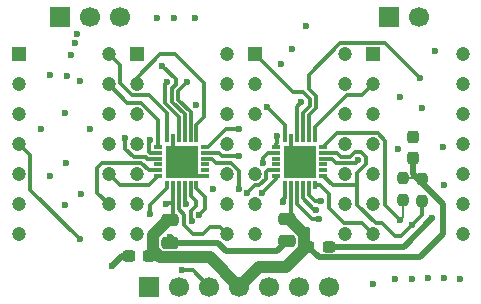
<source format=gbr>
%TF.GenerationSoftware,KiCad,Pcbnew,9.0.6*%
%TF.CreationDate,2025-12-12T15:58:06+01:00*%
%TF.ProjectId,nsm4202A_MAN3910,6e736d34-3230-4324-915f-4d414e333931,rev?*%
%TF.SameCoordinates,Original*%
%TF.FileFunction,Copper,L4,Bot*%
%TF.FilePolarity,Positive*%
%FSLAX46Y46*%
G04 Gerber Fmt 4.6, Leading zero omitted, Abs format (unit mm)*
G04 Created by KiCad (PCBNEW 9.0.6) date 2025-12-12 15:58:06*
%MOMM*%
%LPD*%
G01*
G04 APERTURE LIST*
G04 Aperture macros list*
%AMRoundRect*
0 Rectangle with rounded corners*
0 $1 Rounding radius*
0 $2 $3 $4 $5 $6 $7 $8 $9 X,Y pos of 4 corners*
0 Add a 4 corners polygon primitive as box body*
4,1,4,$2,$3,$4,$5,$6,$7,$8,$9,$2,$3,0*
0 Add four circle primitives for the rounded corners*
1,1,$1+$1,$2,$3*
1,1,$1+$1,$4,$5*
1,1,$1+$1,$6,$7*
1,1,$1+$1,$8,$9*
0 Add four rect primitives between the rounded corners*
20,1,$1+$1,$2,$3,$4,$5,0*
20,1,$1+$1,$4,$5,$6,$7,0*
20,1,$1+$1,$6,$7,$8,$9,0*
20,1,$1+$1,$8,$9,$2,$3,0*%
G04 Aperture macros list end*
%TA.AperFunction,ComponentPad*%
%ADD10R,1.700000X1.700000*%
%TD*%
%TA.AperFunction,ComponentPad*%
%ADD11C,1.700000*%
%TD*%
%TA.AperFunction,ComponentPad*%
%ADD12R,1.200000X1.200000*%
%TD*%
%TA.AperFunction,ComponentPad*%
%ADD13C,1.200000*%
%TD*%
%TA.AperFunction,SMDPad,CuDef*%
%ADD14RoundRect,0.237500X0.300000X0.237500X-0.300000X0.237500X-0.300000X-0.237500X0.300000X-0.237500X0*%
%TD*%
%TA.AperFunction,SMDPad,CuDef*%
%ADD15RoundRect,0.237500X0.237500X-0.300000X0.237500X0.300000X-0.237500X0.300000X-0.237500X-0.300000X0*%
%TD*%
%TA.AperFunction,SMDPad,CuDef*%
%ADD16R,0.800000X0.300000*%
%TD*%
%TA.AperFunction,SMDPad,CuDef*%
%ADD17R,0.300000X0.800000*%
%TD*%
%TA.AperFunction,SMDPad,CuDef*%
%ADD18R,2.800000X2.800000*%
%TD*%
%TA.AperFunction,SMDPad,CuDef*%
%ADD19RoundRect,0.237500X-0.237500X0.250000X-0.237500X-0.250000X0.237500X-0.250000X0.237500X0.250000X0*%
%TD*%
%TA.AperFunction,SMDPad,CuDef*%
%ADD20RoundRect,0.237500X-0.300000X-0.237500X0.300000X-0.237500X0.300000X0.237500X-0.300000X0.237500X0*%
%TD*%
%TA.AperFunction,SMDPad,CuDef*%
%ADD21RoundRect,0.250000X-0.475000X0.250000X-0.475000X-0.250000X0.475000X-0.250000X0.475000X0.250000X0*%
%TD*%
%TA.AperFunction,ViaPad*%
%ADD22C,0.600000*%
%TD*%
%TA.AperFunction,Conductor*%
%ADD23C,0.500000*%
%TD*%
%TA.AperFunction,Conductor*%
%ADD24C,0.300000*%
%TD*%
%TA.AperFunction,Conductor*%
%ADD25C,0.200000*%
%TD*%
%TA.AperFunction,Conductor*%
%ADD26C,1.000000*%
%TD*%
G04 APERTURE END LIST*
D10*
%TO.P,J3,1,Pin_1*%
%TO.N,/D1_R1*%
X104900000Y-76340000D03*
D11*
%TO.P,J3,2,Pin_2*%
%TO.N,/D1_R2*%
X107440000Y-76340000D03*
%TO.P,J3,3,Pin_3*%
%TO.N,/D1_R3*%
X109980000Y-76340000D03*
%TD*%
D10*
%TO.P,J1,1,Pin_1*%
%TO.N,unconnected-(J1-Pin_1-Pad1)*%
X112500000Y-99200000D03*
D11*
%TO.P,J1,2,Pin_2*%
%TO.N,/SDA*%
X115040000Y-99200000D03*
%TO.P,J1,3,Pin_3*%
%TO.N,/SCL*%
X117580000Y-99200000D03*
%TO.P,J1,4,Pin_4*%
%TO.N,+5V*%
X120120000Y-99200000D03*
%TO.P,J1,5,Pin_5*%
%TO.N,unconnected-(J1-Pin_5-Pad5)*%
X122660000Y-99200000D03*
%TO.P,J1,6,Pin_6*%
%TO.N,GND*%
X125200000Y-99200000D03*
%TO.P,J1,7,Pin_7*%
%TO.N,/D1_C8*%
X127740000Y-99200000D03*
%TD*%
D10*
%TO.P,J2,1,Pin_1*%
%TO.N,/D1_R4*%
X132825000Y-76340000D03*
D11*
%TO.P,J2,2,Pin_2*%
%TO.N,/D1_R5*%
X135365000Y-76340000D03*
%TD*%
D12*
%TO.P,DS4,1,ANODE_COLUMN_2*%
%TO.N,/D2_R3*%
X131420000Y-79520400D03*
D13*
%TO.P,DS4,2,CATHODE_ROW_1*%
%TO.N,/D2_C1*%
X131420000Y-82060400D03*
%TO.P,DS4,3,CATHODE_ROW_3*%
%TO.N,/D2_C3*%
X131420000Y-84600400D03*
%TO.P,DS4,4,CATHODE_ROW_4*%
%TO.N,/D2_C4*%
X131420000Y-87140400D03*
%TO.P,DS4,5,ANODE_COLUMN_1*%
%TO.N,/D2_R2*%
X131420000Y-89680400D03*
%TO.P,DS4,6,NO_PIN*%
%TO.N,unconnected-(DS4-NO_PIN-Pad6)*%
X131420000Y-92220400D03*
%TO.P,DS4,7,ANODE_DECIMAL_POINT*%
%TO.N,/D2_R1*%
X131420000Y-94760400D03*
%TO.P,DS4,8,ANODE_COLUMN_3*%
%TO.N,/D2_R4*%
X139040000Y-94760400D03*
%TO.P,DS4,9,CATHODE_ROW_7*%
%TO.N,/D2_C7*%
X139040000Y-92220400D03*
%TO.P,DS4,10,CATHODE_ROW_6*%
%TO.N,/D2_C6*%
X139040000Y-89680400D03*
%TO.P,DS4,11,CATHODE__ROW_5*%
%TO.N,/D2_C5*%
X139040000Y-87140400D03*
%TO.P,DS4,12,CAATHODE_ROW_2*%
%TO.N,/D2_C2*%
X139040000Y-84600400D03*
%TO.P,DS4,13,ANODE_COLUMN_5*%
%TO.N,/D2_R6*%
X139040000Y-82060400D03*
%TO.P,DS4,14,ANODE_COLUMN_4*%
%TO.N,/D2_R5*%
X139040000Y-79520400D03*
%TD*%
D12*
%TO.P,DS1,1,ANODE_COLUMN_2*%
%TO.N,/D1_C3*%
X101420000Y-79520400D03*
D13*
%TO.P,DS1,2,CATHODE_ROW_1*%
%TO.N,/D1_R1*%
X101420000Y-82060400D03*
%TO.P,DS1,3,CATHODE_ROW_3*%
%TO.N,/D1_R3*%
X101420000Y-84600400D03*
%TO.P,DS1,4,CATHODE_ROW_4*%
%TO.N,/D1_R4*%
X101420000Y-87140400D03*
%TO.P,DS1,5,ANODE_COLUMN_1*%
%TO.N,/D1_C2*%
X101420000Y-89680400D03*
%TO.P,DS1,6,NO_PIN*%
%TO.N,unconnected-(DS1-NO_PIN-Pad6)*%
X101420000Y-92220400D03*
%TO.P,DS1,7,ANODE_DECIMAL_POINT*%
%TO.N,/D1_C1*%
X101420000Y-94760400D03*
%TO.P,DS1,8,ANODE_COLUMN_3*%
%TO.N,/D1_C4*%
X109040000Y-94760400D03*
%TO.P,DS1,9,CATHODE_ROW_7*%
%TO.N,/D1_R7*%
X109040000Y-92220400D03*
%TO.P,DS1,10,CATHODE_ROW_6*%
%TO.N,/D1_R6*%
X109040000Y-89680400D03*
%TO.P,DS1,11,CATHODE__ROW_5*%
%TO.N,/D1_R5*%
X109040000Y-87140400D03*
%TO.P,DS1,12,CAATHODE_ROW_2*%
%TO.N,/D1_R2*%
X109040000Y-84600400D03*
%TO.P,DS1,13,ANODE_COLUMN_5*%
%TO.N,/D1_C6*%
X109040000Y-82060400D03*
%TO.P,DS1,14,ANODE_COLUMN_4*%
%TO.N,/D1_C5*%
X109040000Y-79520400D03*
%TD*%
D12*
%TO.P,DS2,1,ANODE_COLUMN_2*%
%TO.N,/D1_R3*%
X111420000Y-79520400D03*
D13*
%TO.P,DS2,2,CATHODE_ROW_1*%
%TO.N,/D1_C1*%
X111420000Y-82060400D03*
%TO.P,DS2,3,CATHODE_ROW_3*%
%TO.N,/D1_C3*%
X111420000Y-84600400D03*
%TO.P,DS2,4,CATHODE_ROW_4*%
%TO.N,/D1_C4*%
X111420000Y-87140400D03*
%TO.P,DS2,5,ANODE_COLUMN_1*%
%TO.N,/D1_R2*%
X111420000Y-89680400D03*
%TO.P,DS2,6,NO_PIN*%
%TO.N,unconnected-(DS2-NO_PIN-Pad6)*%
X111420000Y-92220400D03*
%TO.P,DS2,7,ANODE_DECIMAL_POINT*%
%TO.N,/D1_R1*%
X111420000Y-94760400D03*
%TO.P,DS2,8,ANODE_COLUMN_3*%
%TO.N,/D1_R4*%
X119040000Y-94760400D03*
%TO.P,DS2,9,CATHODE_ROW_7*%
%TO.N,/D1_C7*%
X119040000Y-92220400D03*
%TO.P,DS2,10,CATHODE_ROW_6*%
%TO.N,/D1_C6*%
X119040000Y-89680400D03*
%TO.P,DS2,11,CATHODE__ROW_5*%
%TO.N,/D1_C5*%
X119040000Y-87140400D03*
%TO.P,DS2,12,CAATHODE_ROW_2*%
%TO.N,/D1_C2*%
X119040000Y-84600400D03*
%TO.P,DS2,13,ANODE_COLUMN_5*%
%TO.N,/D1_R6*%
X119040000Y-82060400D03*
%TO.P,DS2,14,ANODE_COLUMN_4*%
%TO.N,/D1_R5*%
X119040000Y-79520400D03*
%TD*%
D12*
%TO.P,DS3,1,ANODE_COLUMN_2*%
%TO.N,/D2_C3*%
X121420000Y-79520400D03*
D13*
%TO.P,DS3,2,CATHODE_ROW_1*%
%TO.N,/D2_R1*%
X121420000Y-82060400D03*
%TO.P,DS3,3,CATHODE_ROW_3*%
%TO.N,/D2_R3*%
X121420000Y-84600400D03*
%TO.P,DS3,4,CATHODE_ROW_4*%
%TO.N,/D2_R4*%
X121420000Y-87140400D03*
%TO.P,DS3,5,ANODE_COLUMN_1*%
%TO.N,/D2_C2*%
X121420000Y-89680400D03*
%TO.P,DS3,6,NO_PIN*%
%TO.N,unconnected-(DS3-NO_PIN-Pad6)*%
X121420000Y-92220400D03*
%TO.P,DS3,7,ANODE_DECIMAL_POINT*%
%TO.N,/D2_C1*%
X121420000Y-94760400D03*
%TO.P,DS3,8,ANODE_COLUMN_3*%
%TO.N,/D2_C4*%
X129040000Y-94760400D03*
%TO.P,DS3,9,CATHODE_ROW_7*%
%TO.N,/D2_R7*%
X129040000Y-92220400D03*
%TO.P,DS3,10,CATHODE_ROW_6*%
%TO.N,/D2_R6*%
X129040000Y-89680400D03*
%TO.P,DS3,11,CATHODE__ROW_5*%
%TO.N,/D2_R5*%
X129040000Y-87140400D03*
%TO.P,DS3,12,CAATHODE_ROW_2*%
%TO.N,/D2_R2*%
X129040000Y-84600400D03*
%TO.P,DS3,13,ANODE_COLUMN_5*%
%TO.N,/D2_C6*%
X129040000Y-82060400D03*
%TO.P,DS3,14,ANODE_COLUMN_4*%
%TO.N,/D2_C5*%
X129040000Y-79520400D03*
%TD*%
D14*
%TO.P,C1,1*%
%TO.N,+5V*%
X112462500Y-96600000D03*
%TO.P,C1,2*%
%TO.N,GND*%
X110737500Y-96600000D03*
%TD*%
D15*
%TO.P,C4,1*%
%TO.N,+5V*%
X134800000Y-88262500D03*
%TO.P,C4,2*%
%TO.N,GND*%
X134800000Y-86537500D03*
%TD*%
D16*
%TO.P,IC1,1,SDA*%
%TO.N,/SDA*%
X117230000Y-87350400D03*
%TO.P,IC1,2,SCL*%
%TO.N,/SCL*%
X117230000Y-87850399D03*
%TO.P,IC1,3,SDB*%
%TO.N,+5V*%
X117230000Y-88350400D03*
%TO.P,IC1,4,IN*%
%TO.N,unconnected-(IC1-IN-Pad4)*%
X117230000Y-88850400D03*
%TO.P,IC1,5,C_FILT*%
%TO.N,unconnected-(IC1-C_FILT-Pad5)*%
X117230000Y-89350401D03*
%TO.P,IC1,6,AD*%
%TO.N,GND*%
X117230000Y-89850400D03*
D17*
%TO.P,IC1,7,R1*%
%TO.N,/D1_R1*%
X116480000Y-90600400D03*
%TO.P,IC1,8,R2*%
%TO.N,/D1_R2*%
X115980001Y-90600400D03*
%TO.P,IC1,9,R3*%
%TO.N,/D1_R3*%
X115480000Y-90600400D03*
%TO.P,IC1,10,R4*%
%TO.N,/D1_R4*%
X114980000Y-90600400D03*
%TO.P,IC1,11,VCC*%
%TO.N,+5V*%
X114479999Y-90600400D03*
%TO.P,IC1,12,R5*%
%TO.N,/D1_R5*%
X113980000Y-90600400D03*
D16*
%TO.P,IC1,13,R6/C11*%
%TO.N,/D1_R6*%
X113230000Y-89850400D03*
%TO.P,IC1,14,R7/C10*%
%TO.N,/D1_R7*%
X113230000Y-89350401D03*
%TO.P,IC1,15,R8/C9*%
%TO.N,/D1_R8*%
X113230000Y-88850400D03*
%TO.P,IC1,16,C8*%
%TO.N,/D1_C8*%
X113230000Y-88350400D03*
%TO.P,IC1,17,C7*%
%TO.N,/D1_C7*%
X113230000Y-87850399D03*
%TO.P,IC1,18,C6*%
%TO.N,/D1_C6*%
X113230000Y-87350400D03*
D17*
%TO.P,IC1,19,C5*%
%TO.N,/D1_C5*%
X113980000Y-86600400D03*
%TO.P,IC1,20,GND_1*%
%TO.N,GND*%
X114479999Y-86600400D03*
%TO.P,IC1,21,C4*%
%TO.N,/D1_C4*%
X114980000Y-86600400D03*
%TO.P,IC1,22,C3*%
%TO.N,/D1_C3*%
X115480000Y-86600400D03*
%TO.P,IC1,23,C2*%
%TO.N,/D1_C2*%
X115980001Y-86600400D03*
%TO.P,IC1,24,C1*%
%TO.N,/D1_C1*%
X116480000Y-86600400D03*
D18*
%TO.P,IC1,25,GND_2*%
%TO.N,GND*%
X115230000Y-88600400D03*
%TD*%
D19*
%TO.P,R2,1*%
%TO.N,+5V*%
X134000000Y-90000000D03*
%TO.P,R2,2*%
%TO.N,/SDA*%
X134000000Y-91825000D03*
%TD*%
D16*
%TO.P,IC2,1,SDA*%
%TO.N,/SDA*%
X127230000Y-87350000D03*
%TO.P,IC2,2,SCL*%
%TO.N,/SCL*%
X127230000Y-87849999D03*
%TO.P,IC2,3,SDB*%
%TO.N,+5V*%
X127230000Y-88350000D03*
%TO.P,IC2,4,IN*%
%TO.N,unconnected-(IC2-IN-Pad4)*%
X127230000Y-88850000D03*
%TO.P,IC2,5,C_FILT*%
%TO.N,unconnected-(IC2-C_FILT-Pad5)*%
X127230000Y-89350001D03*
%TO.P,IC2,6,AD*%
%TO.N,/SCL*%
X127230000Y-89850000D03*
D17*
%TO.P,IC2,7,R1*%
%TO.N,/D2_R1*%
X126480000Y-90600000D03*
%TO.P,IC2,8,R2*%
%TO.N,/D2_R2*%
X125980001Y-90600000D03*
%TO.P,IC2,9,R3*%
%TO.N,/D2_R3*%
X125480000Y-90600000D03*
%TO.P,IC2,10,R4*%
%TO.N,/D2_R4*%
X124980000Y-90600000D03*
%TO.P,IC2,11,VCC*%
%TO.N,+5V*%
X124479999Y-90600000D03*
%TO.P,IC2,12,R5*%
%TO.N,/D2_R5*%
X123980000Y-90600000D03*
D16*
%TO.P,IC2,13,R6/C11*%
%TO.N,/D2_R6*%
X123230000Y-89850000D03*
%TO.P,IC2,14,R7/C10*%
%TO.N,/D2_R7*%
X123230000Y-89350001D03*
%TO.P,IC2,15,R8/C9*%
%TO.N,/D2_R8*%
X123230000Y-88850000D03*
%TO.P,IC2,16,C8*%
%TO.N,/D2_C8*%
X123230000Y-88350000D03*
%TO.P,IC2,17,C7*%
%TO.N,/D2_C7*%
X123230000Y-87849999D03*
%TO.P,IC2,18,C6*%
%TO.N,/D2_C6*%
X123230000Y-87350000D03*
D17*
%TO.P,IC2,19,C5*%
%TO.N,/D2_C5*%
X123980000Y-86600000D03*
%TO.P,IC2,20,GND_1*%
%TO.N,GND*%
X124479999Y-86600000D03*
%TO.P,IC2,21,C4*%
%TO.N,/D2_C4*%
X124980000Y-86600000D03*
%TO.P,IC2,22,C3*%
%TO.N,/D2_C3*%
X125480000Y-86600000D03*
%TO.P,IC2,23,C2*%
%TO.N,/D2_C2*%
X125980001Y-86600000D03*
%TO.P,IC2,24,C1*%
%TO.N,/D2_C1*%
X126480000Y-86600000D03*
D18*
%TO.P,IC2,25,GND_2*%
%TO.N,GND*%
X125230000Y-88600000D03*
%TD*%
D20*
%TO.P,C8,1*%
%TO.N,+5V*%
X125937500Y-95800000D03*
%TO.P,C8,2*%
%TO.N,GND*%
X127662500Y-95800000D03*
%TD*%
D19*
%TO.P,R1,1*%
%TO.N,+5V*%
X135600000Y-90087500D03*
%TO.P,R1,2*%
%TO.N,/SCL*%
X135600000Y-91912500D03*
%TD*%
D21*
%TO.P,C3,1*%
%TO.N,+5V*%
X114250000Y-93575000D03*
%TO.P,C3,2*%
%TO.N,GND*%
X114250000Y-95475000D03*
%TD*%
%TO.P,C7,1*%
%TO.N,+5V*%
X124175000Y-93450000D03*
%TO.P,C7,2*%
%TO.N,GND*%
X124175000Y-95350000D03*
%TD*%
D22*
%TO.N,GND*%
X120420000Y-96200000D03*
%TO.N,/SDA*%
X120100000Y-85825000D03*
X133750000Y-93575000D03*
%TO.N,/SCL*%
X120075000Y-88100000D03*
X134742985Y-93965644D03*
X115271950Y-97819346D03*
%TO.N,+5V*%
X117912366Y-90887634D03*
X120054400Y-90932320D03*
X125814154Y-94371605D03*
X130161231Y-88513200D03*
X113925000Y-92175000D03*
%TO.N,GND*%
X133750000Y-83110000D03*
X133280000Y-98520000D03*
X105400000Y-88740000D03*
X124479999Y-87849999D03*
X105310000Y-84480000D03*
X136100000Y-98490000D03*
X122520000Y-96200000D03*
X106370000Y-77810000D03*
X134700000Y-98510000D03*
X116064800Y-89435200D03*
X124550000Y-79090000D03*
X114620000Y-76420000D03*
X134800000Y-86537500D03*
X109300000Y-97470000D03*
X114250000Y-95010000D03*
X105860000Y-79620000D03*
X123610000Y-80360000D03*
X115230000Y-88600400D03*
X104090000Y-89860000D03*
X138810000Y-98570000D03*
X137410000Y-98490000D03*
X113100000Y-76480000D03*
X106670000Y-91360000D03*
X136650000Y-79240000D03*
X119400000Y-96200000D03*
X104040000Y-81250000D03*
X106180000Y-78580000D03*
X131460000Y-98940000D03*
X105310000Y-92300000D03*
X125230000Y-88600000D03*
X116350000Y-76480000D03*
X136430000Y-93410000D03*
X133550000Y-87520000D03*
X126254334Y-87544772D03*
X114589800Y-87960200D03*
X137440000Y-90550000D03*
X123970000Y-95250000D03*
X103290000Y-85880000D03*
X107440000Y-85830000D03*
X125780000Y-77110000D03*
X125895000Y-88205000D03*
X137320000Y-87390000D03*
%TO.N,/D1_R2*%
X116114522Y-93676145D03*
%TO.N,/D1_C8*%
X110443637Y-86633724D03*
%TO.N,/D1_C2*%
X115650000Y-81850000D03*
X106600000Y-81775000D03*
%TO.N,/D1_C3*%
X113600000Y-80500000D03*
%TO.N,/D1_C7*%
X112510824Y-86776244D03*
%TO.N,/D1_C4*%
X113991398Y-81886544D03*
%TO.N,/D1_R4*%
X106600000Y-95200000D03*
%TO.N,/D1_R1*%
X116696370Y-93099467D03*
%TO.N,/D1_R3*%
X105500000Y-81400000D03*
X115631192Y-92184745D03*
%TO.N,/D1_R6*%
X116408146Y-83824603D03*
%TO.N,/D1_R5*%
X112550000Y-93050000D03*
%TO.N,/D2_R5*%
X123829318Y-92030621D03*
%TO.N,/D2_C7*%
X122106317Y-88757646D03*
%TO.N,/D2_C2*%
X135425000Y-81550000D03*
%TO.N,/D2_R7*%
X120797752Y-91253284D03*
%TO.N,/D2_R6*%
X122071478Y-91285194D03*
X135585419Y-84089581D03*
%TO.N,/D2_R3*%
X126561789Y-92675350D03*
%TO.N,/D2_C5*%
X122471080Y-83975000D03*
%TO.N,/D2_C6*%
X123275000Y-86475000D03*
%TO.N,/D2_R4*%
X126875000Y-93475000D03*
%TO.N,/D2_R2*%
X127014459Y-91955910D03*
%TO.N,/D2_C4*%
X125366381Y-83594670D03*
%TD*%
D23*
%TO.N,GND*%
X120420000Y-96200000D02*
X122520000Y-96200000D01*
D24*
%TO.N,/SDA*%
X119005400Y-85825000D02*
X120100000Y-85825000D01*
X117230000Y-87350400D02*
X117480000Y-87350400D01*
D25*
X134000000Y-93325000D02*
X133750000Y-93575000D01*
D24*
X128390600Y-86189400D02*
X127230000Y-87350000D01*
X132475000Y-92300000D02*
X132475000Y-86850482D01*
X133750000Y-93575000D02*
X132475000Y-92300000D01*
X132475000Y-86850482D02*
X131813918Y-86189400D01*
D25*
X134000000Y-91825000D02*
X134000000Y-93325000D01*
D24*
X131813918Y-86189400D02*
X128390600Y-86189400D01*
X117480000Y-87350400D02*
X119005400Y-85825000D01*
%TO.N,/SCL*%
X129484481Y-88200000D02*
X128754682Y-88200000D01*
X130102854Y-90450000D02*
X130102854Y-92248172D01*
X133775549Y-94933080D02*
X134742985Y-93965644D01*
X135600000Y-93108629D02*
X134742985Y-93965644D01*
X118405081Y-87850399D02*
X118654682Y-88100000D01*
X118654682Y-88100000D02*
X120075000Y-88100000D01*
X132184400Y-93809400D02*
X133308080Y-94933080D01*
X117230000Y-87850399D02*
X118405081Y-87850399D01*
X128011400Y-90631400D02*
X129921454Y-90631400D01*
X129921454Y-90631400D02*
X130102854Y-90450000D01*
X129871281Y-87813200D02*
X129484481Y-88200000D01*
X130451181Y-87813200D02*
X129871281Y-87813200D01*
X128404681Y-87849999D02*
X127230000Y-87849999D01*
X127230000Y-89850000D02*
X128011400Y-90631400D01*
X131664082Y-93809400D02*
X132184400Y-93809400D01*
X130102854Y-89561527D02*
X130861231Y-88803150D01*
X116199346Y-97819346D02*
X115271950Y-97819346D01*
X130102854Y-92248172D02*
X131664082Y-93809400D01*
X130861231Y-88803150D02*
X130861231Y-88223250D01*
X128754682Y-88200000D02*
X128404681Y-87849999D01*
X130861231Y-88223250D02*
X130451181Y-87813200D01*
X135600000Y-91912500D02*
X135600000Y-93108629D01*
X130102854Y-90450000D02*
X130102854Y-89561527D01*
X133308080Y-94933080D02*
X133775549Y-94933080D01*
X117580000Y-99200000D02*
X116199346Y-97819346D01*
%TO.N,+5V*%
X114479999Y-93345001D02*
X114250000Y-93575000D01*
X127930000Y-88350000D02*
X128280000Y-88700000D01*
D26*
X112824000Y-94824156D02*
X114073156Y-93575000D01*
D23*
X137380000Y-92224734D02*
X134800000Y-89644734D01*
D26*
X124351844Y-93450000D02*
X124175000Y-93450000D01*
X120120000Y-99200000D02*
X121810000Y-97510000D01*
D25*
X134800000Y-90000000D02*
X135512500Y-90000000D01*
D26*
X124091844Y-97510000D02*
X125601000Y-96000844D01*
X114073156Y-93575000D02*
X114250000Y-93575000D01*
D24*
X114479999Y-92100000D02*
X114000000Y-92100000D01*
D25*
X134000000Y-90000000D02*
X134800000Y-90000000D01*
X134800000Y-88262500D02*
X134800000Y-90000000D01*
D26*
X117596000Y-96676000D02*
X113374156Y-96676000D01*
D23*
X135394000Y-96726000D02*
X137380000Y-94740000D01*
X137380000Y-94740000D02*
X137380000Y-92224734D01*
D25*
X135512500Y-90000000D02*
X135600000Y-90087500D01*
D23*
X134800000Y-89644734D02*
X134800000Y-88262500D01*
D26*
X125601000Y-94699156D02*
X124351844Y-93450000D01*
D24*
X127230000Y-88350000D02*
X127930000Y-88350000D01*
D26*
X121810000Y-97510000D02*
X124091844Y-97510000D01*
D24*
X124479999Y-93204999D02*
X124500000Y-93225000D01*
D23*
X126863500Y-96726000D02*
X135394000Y-96726000D01*
D24*
X128280000Y-88700000D02*
X129974431Y-88700000D01*
X124479999Y-90600000D02*
X124479999Y-93204999D01*
X114000000Y-92100000D02*
X113925000Y-92175000D01*
X120122948Y-89418430D02*
X120122948Y-90932320D01*
X118154400Y-88729400D02*
X119433918Y-88729400D01*
D26*
X113374156Y-96676000D02*
X112824000Y-96125844D01*
X120120000Y-99200000D02*
X117596000Y-96676000D01*
D24*
X125814154Y-94371605D02*
X125646605Y-94371605D01*
D26*
X125601000Y-96000844D02*
X125601000Y-94699156D01*
D24*
X125646605Y-94371605D02*
X124500000Y-93225000D01*
X114479999Y-90600400D02*
X114479999Y-92100000D01*
X117775400Y-88350400D02*
X118154400Y-88729400D01*
X114479999Y-92100000D02*
X114479999Y-93345001D01*
X117230000Y-88350400D02*
X117775400Y-88350400D01*
X129974431Y-88700000D02*
X130161231Y-88513200D01*
D23*
X125937500Y-95800000D02*
X126863500Y-96726000D01*
D24*
X119433918Y-88729400D02*
X120122948Y-89418430D01*
D26*
X112824000Y-96125844D02*
X112824000Y-94824156D01*
D24*
%TO.N,GND*%
X125230000Y-88600000D02*
X125500000Y-88600000D01*
D23*
X110170000Y-96600000D02*
X109300000Y-97470000D01*
D24*
X116064800Y-89435200D02*
X115230000Y-88600400D01*
X114479999Y-86600400D02*
X114479999Y-87850399D01*
X124479999Y-86600000D02*
X124479999Y-87849999D01*
D23*
X122520000Y-96200000D02*
X123325000Y-96200000D01*
X123325000Y-96200000D02*
X124175000Y-95350000D01*
X127673900Y-95811400D02*
X134028600Y-95811400D01*
D24*
X124070000Y-95350000D02*
X124175000Y-95350000D01*
D23*
X127662500Y-95800000D02*
X127673900Y-95811400D01*
X114715000Y-95475000D02*
X114250000Y-95010000D01*
D24*
X114479999Y-87850399D02*
X114589800Y-87960200D01*
X116480000Y-89850400D02*
X116064800Y-89435200D01*
D23*
X119400000Y-96200000D02*
X118993261Y-96200000D01*
X118268261Y-95475000D02*
X114715000Y-95475000D01*
D24*
X123970000Y-95250000D02*
X124070000Y-95350000D01*
X125500000Y-88600000D02*
X125895000Y-88205000D01*
X125895000Y-88205000D02*
X126254334Y-87845666D01*
X117230000Y-89850400D02*
X116480000Y-89850400D01*
D23*
X118993261Y-96200000D02*
X118268261Y-95475000D01*
X134028600Y-95811400D02*
X136430000Y-93410000D01*
X119400000Y-96200000D02*
X120420000Y-96200000D01*
X110737500Y-96600000D02*
X110170000Y-96600000D01*
D24*
X114589800Y-87960200D02*
X115230000Y-88600400D01*
X126254334Y-87845666D02*
X126254334Y-87544772D01*
%TO.N,/D1_R2*%
X115996370Y-92809517D02*
X115996370Y-93557993D01*
X116406420Y-92399467D02*
X115996370Y-92809517D01*
X115996370Y-93557993D02*
X116114522Y-93676145D01*
X115980001Y-90600400D02*
X115980001Y-91500101D01*
X115980001Y-91500101D02*
X116406420Y-91926520D01*
X116406420Y-91926520D02*
X116406420Y-92399467D01*
%TO.N,/D1_C8*%
X112203400Y-88228400D02*
X111163082Y-88228400D01*
X111163082Y-88228400D02*
X110443637Y-87508955D01*
X112325400Y-88350400D02*
X112203400Y-88228400D01*
X113230000Y-88350400D02*
X112325400Y-88350400D01*
X110443637Y-87508955D02*
X110443637Y-86633724D01*
%TO.N,/D1_C5*%
X109991000Y-80471400D02*
X109040000Y-79520400D01*
X109991000Y-81976318D02*
X109991000Y-80471400D01*
X113980000Y-84507726D02*
X112483674Y-83011400D01*
X113980000Y-86600400D02*
X113980000Y-84507726D01*
X111026082Y-83011400D02*
X109991000Y-81976318D01*
X112483674Y-83011400D02*
X111026082Y-83011400D01*
%TO.N,/D1_C2*%
X114950000Y-83356407D02*
X114950000Y-82600000D01*
X115980001Y-84386408D02*
X114950000Y-83356407D01*
X115980001Y-86600400D02*
X115980001Y-84386408D01*
X115650000Y-81900000D02*
X115650000Y-81850000D01*
X114950000Y-82600000D02*
X115650000Y-81900000D01*
%TO.N,/D1_C3*%
X114450000Y-83563513D02*
X114450000Y-82392893D01*
X115480000Y-86600400D02*
X115480000Y-84593513D01*
X114742893Y-81642893D02*
X113600000Y-80500000D01*
X114742893Y-82100000D02*
X114742893Y-81642893D01*
X115480000Y-84593513D02*
X114450000Y-83563513D01*
X114450000Y-82392893D02*
X114742893Y-82100000D01*
%TO.N,/D1_C7*%
X112460429Y-87778323D02*
X112460429Y-86826639D01*
X112460429Y-86826639D02*
X112510824Y-86776244D01*
X112532505Y-87850399D02*
X112460429Y-87778323D01*
X113230000Y-87850399D02*
X112532505Y-87850399D01*
%TO.N,/D1_C6*%
X110629000Y-83649400D02*
X111813918Y-83649400D01*
X109040000Y-82060400D02*
X110629000Y-83649400D01*
X111813918Y-83649400D02*
X113230000Y-85065482D01*
X113230000Y-85065482D02*
X113230000Y-87350400D01*
%TO.N,/D1_C4*%
X113825000Y-83645619D02*
X113825000Y-82052942D01*
X114980000Y-84800619D02*
X113825000Y-83645619D01*
X113825000Y-82052942D02*
X113991398Y-81886544D01*
X114980000Y-86600400D02*
X114980000Y-84800619D01*
%TO.N,/D1_R4*%
X117060100Y-94760400D02*
X117660100Y-94160400D01*
X101420000Y-87140400D02*
X102371000Y-88091400D01*
X102371000Y-90971000D02*
X106600000Y-95200000D01*
X117660100Y-94160400D02*
X118440000Y-94160400D01*
X115414522Y-93097949D02*
X115414522Y-93966095D01*
X116208827Y-94760400D02*
X117060100Y-94760400D01*
X115414522Y-93966095D02*
X116208827Y-94760400D01*
X114980000Y-92663427D02*
X115414522Y-93097949D01*
X114980000Y-90600400D02*
X114980000Y-92663427D01*
X102371000Y-88091400D02*
X102371000Y-90971000D01*
X118440000Y-94160400D02*
X119040000Y-94760400D01*
%TO.N,/D1_R1*%
X117208544Y-92587293D02*
X116696370Y-93099467D01*
X117208544Y-91578944D02*
X117208544Y-92587293D01*
X116480000Y-90850400D02*
X117208544Y-91578944D01*
X116480000Y-90600400D02*
X116480000Y-90850400D01*
%TO.N,/D1_R3*%
X115480000Y-90600400D02*
X115480000Y-92033553D01*
X115480000Y-92033553D02*
X115631192Y-92184745D01*
%TO.N,/D1_C1*%
X117125000Y-84825000D02*
X117125000Y-81925000D01*
X114700000Y-79500000D02*
X113425000Y-79500000D01*
X117125000Y-81925000D02*
X114700000Y-79500000D01*
X116480000Y-86600400D02*
X116480000Y-85470000D01*
X111420000Y-81505000D02*
X111420000Y-82060400D01*
X113425000Y-79500000D02*
X111420000Y-81505000D01*
X116480000Y-85470000D02*
X117125000Y-84825000D01*
%TO.N,/D1_R7*%
X113230000Y-89350401D02*
X112434919Y-89350401D01*
X108075000Y-89150000D02*
X108075000Y-91255400D01*
X108075000Y-91255400D02*
X109040000Y-92220400D01*
X112434919Y-89350401D02*
X111813918Y-88729400D01*
X111813918Y-88729400D02*
X108495600Y-88729400D01*
X108495600Y-88729400D02*
X108075000Y-89150000D01*
%TO.N,/D1_R6*%
X109991000Y-90631400D02*
X109040000Y-89680400D01*
X112449000Y-90631400D02*
X109991000Y-90631400D01*
X113230000Y-89850400D02*
X112449000Y-90631400D01*
%TO.N,/D1_R5*%
X112550000Y-92280400D02*
X112550000Y-93050000D01*
X113980000Y-90850400D02*
X112550000Y-92280400D01*
X113980000Y-90600400D02*
X113980000Y-90850400D01*
%TO.N,/D2_R5*%
X123980000Y-91670000D02*
X123980000Y-90600000D01*
X123829318Y-91820682D02*
X123829318Y-92030621D01*
X123850000Y-91800000D02*
X123980000Y-91670000D01*
X123850000Y-91800000D02*
X123829318Y-91820682D01*
%TO.N,/D2_C7*%
X122530000Y-87849999D02*
X122106317Y-88273682D01*
X122106317Y-88273682D02*
X122106317Y-88757646D01*
X123230000Y-87849999D02*
X122530000Y-87849999D01*
%TO.N,/D2_C2*%
X126566381Y-84091726D02*
X126566381Y-83032167D01*
X128646082Y-78569400D02*
X132444400Y-78569400D01*
X125980001Y-82445787D02*
X125980001Y-81235481D01*
X125980001Y-86600000D02*
X125980001Y-84678107D01*
X125980001Y-84678107D02*
X126566381Y-84091726D01*
X132444400Y-78569400D02*
X135425000Y-81550000D01*
X126566381Y-83032167D02*
X125980001Y-82445787D01*
X125980001Y-81235481D02*
X128646082Y-78569400D01*
%TO.N,/D2_R7*%
X123230000Y-89350001D02*
X122530000Y-89350001D01*
X121419636Y-90631400D02*
X120797752Y-91253284D01*
X122530000Y-89350001D02*
X122371000Y-89509001D01*
X121813918Y-90631400D02*
X121419636Y-90631400D01*
X122371000Y-90074318D02*
X121813918Y-90631400D01*
X122371000Y-89509001D02*
X122371000Y-90074318D01*
%TO.N,/D2_R6*%
X122071478Y-91250924D02*
X123230000Y-90092402D01*
X123230000Y-90092402D02*
X123230000Y-89850000D01*
X122071478Y-91285194D02*
X122071478Y-91250924D01*
%TO.N,/D2_R1*%
X126480000Y-90600000D02*
X126930000Y-90600000D01*
X127714459Y-92534459D02*
X128989400Y-93809400D01*
X128989400Y-93809400D02*
X130469000Y-93809400D01*
X126930000Y-90600000D02*
X127714459Y-91384459D01*
X127714459Y-91384459D02*
X127714459Y-92534459D01*
X130469000Y-93809400D02*
X131420000Y-94760400D01*
%TO.N,/D2_R3*%
X125480000Y-90600000D02*
X125480000Y-91683180D01*
X126472170Y-92675350D02*
X126561789Y-92675350D01*
X125480000Y-91683180D02*
X126472170Y-92675350D01*
%TO.N,/D2_C5*%
X123980000Y-85483920D02*
X122471080Y-83975000D01*
X123980000Y-86600000D02*
X123980000Y-85483920D01*
%TO.N,/D2_C6*%
X123230000Y-87120000D02*
X123275000Y-87075000D01*
X123230000Y-87350000D02*
X123230000Y-87120000D01*
X123275000Y-87075000D02*
X123275000Y-86475000D01*
%TO.N,/D2_R4*%
X126281870Y-93475000D02*
X126875000Y-93475000D01*
X124980000Y-90600000D02*
X124980000Y-92173130D01*
X124980000Y-92173130D02*
X126281870Y-93475000D01*
%TO.N,/D2_C3*%
X124644825Y-82745225D02*
X121420000Y-79520400D01*
X125480000Y-84471001D02*
X126066381Y-83884620D01*
X125480000Y-86600000D02*
X125480000Y-84471001D01*
X125506886Y-82745225D02*
X124644825Y-82745225D01*
X126066381Y-83884620D02*
X126066381Y-83304720D01*
X126066381Y-83304720D02*
X125506886Y-82745225D01*
%TO.N,/D2_C1*%
X126480000Y-86600000D02*
X126480000Y-85720000D01*
X129188600Y-83011400D02*
X130469000Y-83011400D01*
X126480000Y-85720000D02*
X129188600Y-83011400D01*
X130469000Y-83011400D02*
X131420000Y-82060400D01*
%TO.N,/D2_R2*%
X125980001Y-91431987D02*
X126503924Y-91955910D01*
X125980001Y-90600000D02*
X125980001Y-91431987D01*
X126503924Y-91955910D02*
X127014459Y-91955910D01*
%TO.N,/D2_C4*%
X124980000Y-83981051D02*
X125366381Y-83594670D01*
X124980000Y-86600000D02*
X124980000Y-83981051D01*
%TD*%
M02*

</source>
